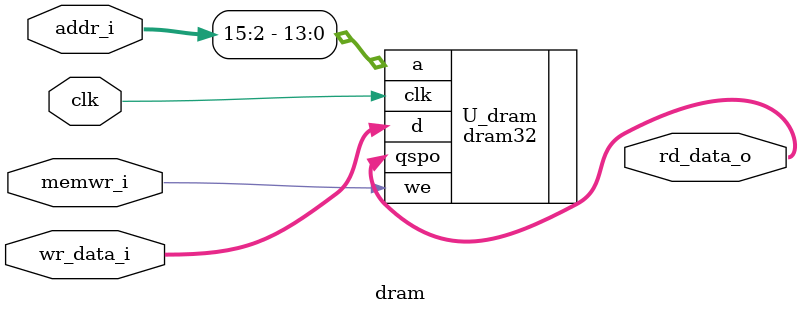
<source format=v>
`timescale 1ns / 1ps


module dram (
    input           clk,
    input   [31:0]  addr_i,     // À´Ô´ÓÚÖ´ÐÐµ¥Ôª¼ÆËã³öµÄ·Ã´æµØÖ·
    output  [31:0]  rd_data_o,  // ´Ó´æ´¢Æ÷ÖÐ»ñµÃµÄÊý¾Ý
    input           memwr_i,    // À´×Ô¿ØÖÆµ¥ÔªµÄÐ´Ê¹ÄÜÐÅºÅ
    input   [31:0]  wr_data_i   // À´×ÔÒëÂëµ¥ÔªµÄrd_data2 (SÐÍÖ¸ÁîµÄrs2¼Ä´æÆ÷µÄÖµ)
);
// 64KB DRAM
dram32 U_dram (
    .clk    (clk),            // input wire clka
    .a      (addr_i[15:2]),     // input wire [13:0] addra
    .qspo   (rd_data_o),        // output wire [31:0] douta
    .we     (memwr_i),          // input wire [0:0] wea
    .d      (wr_data_i)         // input wire [31:0] dina
);

endmodule

</source>
